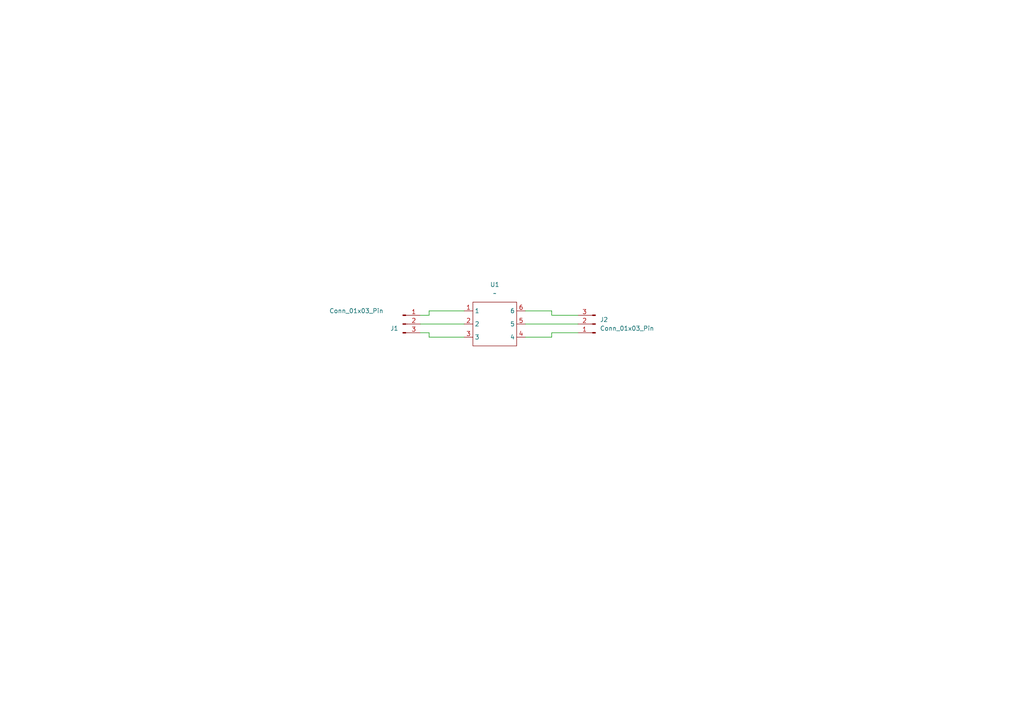
<source format=kicad_sch>
(kicad_sch (version 20250114) (generator "eeschema") (generator_version "9.0")
  (paper "A4")
  (title_block (title "SOT-363 breakout") (rev "1") (company "University of Indianapolis") (comment 1 "RB Annis School of Engineering") (comment 2 "Steve Spicklemire"))
  (lib_symbols
    (symbol "Connector:Conn_01x03_Pin" (pin_names (offset 1.016) (hide yes))
      (property "Reference" "J" (at 0 5.08 0))
      (property "Value" "Conn_01x03_Pin" (at 0 -5.08 0))
      (symbol "Conn_01x03_Pin_1_1"
        (rectangle (start 0.8636 2.667) (end 0 2.413) (stroke (width 0.1524)) (fill (type outline)))
        (rectangle (start 0.8636 0.127) (end 0 -0.127) (stroke (width 0.1524)) (fill (type outline)))
        (rectangle (start 0.8636 -2.413) (end 0 -2.667) (stroke (width 0.1524)) (fill (type outline)))
        (polyline (pts (xy 1.27 2.54) (xy 0.8636 2.54)) (stroke (width 0.1524)))
        (polyline (pts (xy 1.27 0) (xy 0.8636 0)) (stroke (width 0.1524)))
        (polyline (pts (xy 1.27 -2.54) (xy 0.8636 -2.54)) (stroke (width 0.1524)))
        (pin passive line (at 5.08 2.54 180) (length 3.81) (name "Pin_1") (number "1"))
        (pin passive line (at 5.08 0 180) (length 3.81) (name "Pin_2") (number "2"))
        (pin passive line (at 5.08 -2.54 180) (length 3.81) (name "Pin_3") (number "3"))
      )
    )
    (symbol "SOT-to-dip-lib:SOT-to-dip"
      (property "Reference" "U" (at 0 0 0))
      (symbol "SOT-to-dip_0_1"
        (rectangle (start 0 12.7) (end 12.7 0))
      )
      (symbol "SOT-to-dip_1_1"
        (pin bidirectional line (at -2.54 10.16 0) (length 2.54) (name "1") (number "1"))
        (pin bidirectional line (at -2.54 6.35 0) (length 2.54) (name "2") (number "2"))
        (pin bidirectional line (at -2.54 2.54 0) (length 2.54) (name "3") (number "3"))
        (pin bidirectional line (at 15.24 10.16 180) (length 2.54) (name "6") (number "6"))
        (pin bidirectional line (at 15.24 6.35 180) (length 2.54) (name "5") (number "5"))
        (pin bidirectional line (at 15.24 2.54 180) (length 2.54) (name "4") (number "4"))
      )
    )
  )
  (wire (pts (xy 160.02 96.52) (xy 167.64 96.52)))
  (wire (pts (xy 124.46 91.44) (xy 121.92 91.44)))
  (wire (pts (xy 160.02 91.44) (xy 167.64 91.44)))
  (wire (pts (xy 124.46 97.79) (xy 124.46 96.52)))
  (wire (pts (xy 152.4 97.79) (xy 160.02 97.79)))
  (wire (pts (xy 124.46 90.17) (xy 134.62 90.17)))
  (wire (pts (xy 124.46 97.79) (xy 134.62 97.79)))
  (wire (pts (xy 160.02 90.17) (xy 160.02 91.44)))
  (wire (pts (xy 124.46 90.17) (xy 124.46 91.44)))
  (wire (pts (xy 121.92 93.98) (xy 134.62 93.98)))
  (wire (pts (xy 160.02 97.79) (xy 160.02 96.52)))
  (wire (pts (xy 152.4 93.98) (xy 167.64 93.98)))
  (wire (pts (xy 124.46 96.52) (xy 121.92 96.52)))
  (wire (pts (xy 152.4 90.17) (xy 160.02 90.17)))
  (symbol (lib_id "Connector:Conn_01x03_Pin") (at 116.84 93.98 0) (unit 1)
    (property "Reference" "J1" (at 115.57 95.2501 0) (effects (justify right)))
    (property "Value" "Conn_01x03_Pin" (at 111.252 90.17 0) (effects (justify right)))
    (property "Footprint" "Connector_PinHeader_2.54mm:PinHeader_1x03_P2.54mm_Vertical" (effects (hide yes)))
    (property "Description" "Generic connector, single row, 01x03, script generated" (effects (hide yes)))
  )
  (symbol (lib_id "SOT-to-dip-lib:SOT-to-dip") (at 137.16 100.33 0) (unit 1)
    (property "Reference" "U1" (at 143.51 82.55 0))
    (property "Value" "~" (at 143.51 85.09 0))
    (property "Footprint" "Package_TO_SOT_SMD:SOT-363_SC-70-6_Handsoldering" (effects (hide yes)))
  )
  (symbol (lib_id "Connector:Conn_01x03_Pin") (at 172.72 93.98 180) (unit 1)
    (property "Reference" "J2" (at 173.99 92.7099 0) (effects (justify right)))
    (property "Value" "Conn_01x03_Pin" (at 173.99 95.2499 0) (effects (justify right)))
    (property "Footprint" "Connector_PinHeader_2.54mm:PinHeader_1x03_P2.54mm_Vertical" (effects (hide yes)))
    (property "Description" "Generic connector, single row, 01x03, script generated" (effects (hide yes)))
  )
)
</source>
